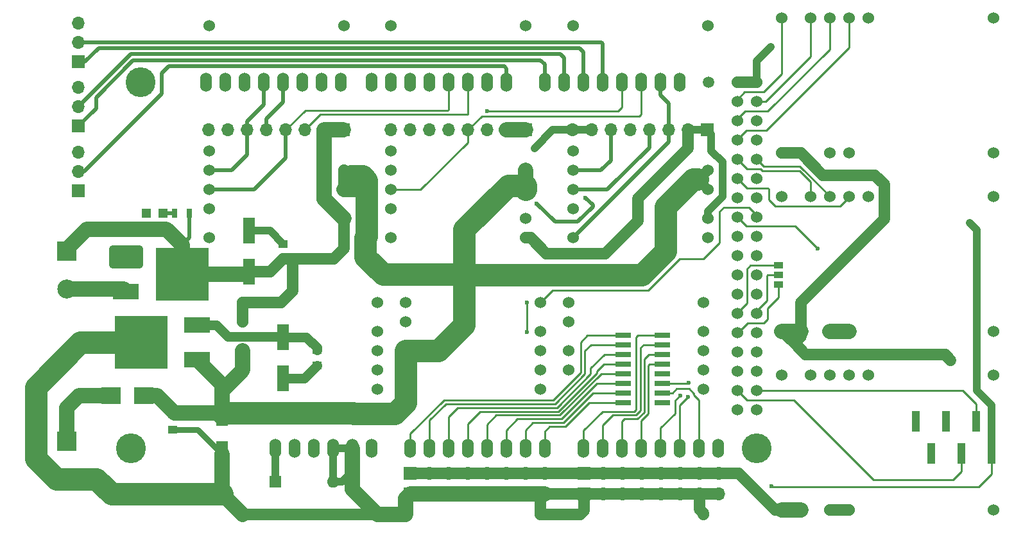
<source format=gbr>
G04 #@! TF.FileFunction,Copper,L1,Top,Signal*
%FSLAX46Y46*%
G04 Gerber Fmt 4.6, Leading zero omitted, Abs format (unit mm)*
G04 Created by KiCad (PCBNEW 4.0.6+dfsg1-1) date Sun Mar 11 01:01:58 2018*
%MOMM*%
%LPD*%
G01*
G04 APERTURE LIST*
%ADD10C,0.100000*%
%ADD11C,1.524000*%
%ADD12O,1.524000X2.540000*%
%ADD13C,3.937000*%
%ADD14C,1.500000*%
%ADD15R,1.700000X1.700000*%
%ADD16O,1.700000X1.700000*%
%ADD17R,1.250000X1.000000*%
%ADD18R,1.600000X3.500000*%
%ADD19R,2.500000X2.300000*%
%ADD20R,2.500000X2.500000*%
%ADD21C,2.500000*%
%ADD22R,2.100000X0.750000*%
%ADD23R,3.500000X2.000000*%
%ADD24R,7.000000X7.000000*%
%ADD25R,1.000000X2.750000*%
%ADD26R,1.600000X1.600000*%
%ADD27O,1.600000X1.600000*%
%ADD28R,1.200000X1.200000*%
%ADD29R,0.700000X1.300000*%
%ADD30R,1.270000X0.970000*%
%ADD31C,0.600000*%
%ADD32C,0.500000*%
%ADD33C,1.000000*%
%ADD34C,1.500000*%
%ADD35C,0.250000*%
%ADD36C,1.250000*%
%ADD37C,3.000000*%
%ADD38C,0.750000*%
%ADD39C,2.000000*%
G04 APERTURE END LIST*
D10*
D11*
X170550000Y-67730000D03*
X170550000Y-65190000D03*
X170550000Y-61380000D03*
X170550000Y-58840000D03*
X152770000Y-67730000D03*
X152770000Y-39790000D03*
X170550000Y-39790000D03*
X152770000Y-63920000D03*
X152770000Y-61380000D03*
X152770000Y-58840000D03*
X152770000Y-56300000D03*
D12*
X173080000Y-47200000D03*
X175620000Y-47200000D03*
X178160000Y-47200000D03*
X180700000Y-47200000D03*
X183240000Y-47200000D03*
X185780000Y-47200000D03*
X188320000Y-47200000D03*
X190860000Y-47200000D03*
X195940000Y-95460000D03*
X193400000Y-95460000D03*
X190860000Y-95460000D03*
X188320000Y-95460000D03*
X178160000Y-95460000D03*
X173080000Y-95460000D03*
X170540000Y-95460000D03*
X180700000Y-95460000D03*
X183240000Y-95460000D03*
X185780000Y-95460000D03*
X168000000Y-95460000D03*
X165460000Y-95460000D03*
X162920000Y-95460000D03*
X155300000Y-95460000D03*
X157840000Y-95460000D03*
X160380000Y-95460000D03*
X150220000Y-95460000D03*
X147680000Y-95460000D03*
X145140000Y-95460000D03*
X140060000Y-95460000D03*
X137520000Y-95460000D03*
X168000000Y-47200000D03*
X165460000Y-47200000D03*
X162920000Y-47200000D03*
X160380000Y-47200000D03*
X157840000Y-47200000D03*
X155300000Y-47200000D03*
X152760000Y-47200000D03*
X150220000Y-47200000D03*
X146156000Y-47200000D03*
X143616000Y-47200000D03*
X141076000Y-47200000D03*
X138536000Y-47200000D03*
X135996000Y-47200000D03*
X133456000Y-47200000D03*
X130916000Y-47200000D03*
X128376000Y-47200000D03*
X142600000Y-95460000D03*
D13*
X201020000Y-95460000D03*
D14*
X194670000Y-47200000D03*
D13*
X119740000Y-47200000D03*
X118470000Y-95460000D03*
D11*
X198480000Y-49740000D03*
X201020000Y-49740000D03*
X198480000Y-52280000D03*
X201020000Y-52280000D03*
X198480000Y-54820000D03*
X201020000Y-54820000D03*
X198480000Y-57360000D03*
X201020000Y-57360000D03*
X198480000Y-47200000D03*
X201020000Y-47200000D03*
X201020000Y-59900000D03*
X198480000Y-59900000D03*
X198480000Y-62440000D03*
X201020000Y-62440000D03*
X198480000Y-64980000D03*
X201020000Y-64980000D03*
X198480000Y-67520000D03*
X201020000Y-67520000D03*
X198480000Y-70060000D03*
X201020000Y-70060000D03*
X198480000Y-72600000D03*
X201020000Y-72600000D03*
X198480000Y-75140000D03*
X201020000Y-75140000D03*
X198480000Y-77680000D03*
X201020000Y-77680000D03*
X198480000Y-80220000D03*
X201020000Y-80220000D03*
X198480000Y-82760000D03*
X201020000Y-82760000D03*
X198480000Y-85300000D03*
X201020000Y-85300000D03*
X198480000Y-87840000D03*
X201020000Y-87840000D03*
X198480000Y-90380000D03*
X201020000Y-90380000D03*
X204270000Y-56550000D03*
X206810000Y-56550000D03*
X210620000Y-56550000D03*
X213160000Y-56550000D03*
X204270000Y-38770000D03*
X232210000Y-38770000D03*
X232210000Y-56550000D03*
X208080000Y-38770000D03*
X210620000Y-38770000D03*
X213160000Y-38770000D03*
X215700000Y-38770000D03*
D15*
X155250000Y-98750000D03*
D16*
X157790000Y-98750000D03*
X160330000Y-98750000D03*
X162870000Y-98750000D03*
X165410000Y-98750000D03*
X167950000Y-98750000D03*
X170490000Y-98750000D03*
X173030000Y-98750000D03*
D15*
X178250000Y-98750000D03*
D16*
X180790000Y-98750000D03*
X183330000Y-98750000D03*
X185870000Y-98750000D03*
X188410000Y-98750000D03*
X190950000Y-98750000D03*
X193490000Y-98750000D03*
X196030000Y-98750000D03*
D15*
X155250000Y-101500000D03*
D16*
X157790000Y-101500000D03*
X160330000Y-101500000D03*
X162870000Y-101500000D03*
X165410000Y-101500000D03*
X167950000Y-101500000D03*
X170490000Y-101500000D03*
X173030000Y-101500000D03*
D15*
X178250000Y-101500000D03*
D16*
X180790000Y-101500000D03*
X183330000Y-101500000D03*
X185870000Y-101500000D03*
X188410000Y-101500000D03*
X190950000Y-101500000D03*
X193490000Y-101500000D03*
X196030000Y-101500000D03*
D15*
X146500000Y-53500000D03*
D16*
X143960000Y-53500000D03*
X141420000Y-53500000D03*
X138880000Y-53500000D03*
X136340000Y-53500000D03*
X133800000Y-53500000D03*
X131260000Y-53500000D03*
X128720000Y-53500000D03*
D15*
X170500000Y-53500000D03*
D16*
X167960000Y-53500000D03*
X165420000Y-53500000D03*
X162880000Y-53500000D03*
X160340000Y-53500000D03*
X157800000Y-53500000D03*
X155260000Y-53500000D03*
X152720000Y-53500000D03*
D15*
X194500000Y-53500000D03*
D16*
X191960000Y-53500000D03*
X189420000Y-53500000D03*
X186880000Y-53500000D03*
X184340000Y-53500000D03*
X181800000Y-53500000D03*
X179260000Y-53500000D03*
X176720000Y-53500000D03*
D11*
X194550000Y-67730000D03*
X194550000Y-65190000D03*
X194550000Y-61380000D03*
X194550000Y-58840000D03*
X176770000Y-67730000D03*
X176770000Y-39790000D03*
X194550000Y-39790000D03*
X176770000Y-63920000D03*
X176770000Y-61380000D03*
X176770000Y-58840000D03*
X176770000Y-56300000D03*
X146550000Y-67730000D03*
X146550000Y-65190000D03*
X146550000Y-61380000D03*
X146550000Y-58840000D03*
X128770000Y-67730000D03*
X128770000Y-39790000D03*
X146550000Y-39790000D03*
X128770000Y-63920000D03*
X128770000Y-61380000D03*
X128770000Y-58840000D03*
X128770000Y-56300000D03*
X204270000Y-103550000D03*
X206810000Y-103550000D03*
X210620000Y-103550000D03*
X213160000Y-103550000D03*
X204270000Y-85770000D03*
X232210000Y-85770000D03*
X232210000Y-103550000D03*
X208080000Y-85770000D03*
X210620000Y-85770000D03*
X213160000Y-85770000D03*
X215700000Y-85770000D03*
X204270000Y-80050000D03*
X206810000Y-80050000D03*
X210620000Y-80050000D03*
X213160000Y-80050000D03*
X204270000Y-62270000D03*
X232210000Y-62270000D03*
X232210000Y-80050000D03*
X208080000Y-62270000D03*
X210620000Y-62270000D03*
X213160000Y-62270000D03*
X215700000Y-62270000D03*
X154700000Y-76270000D03*
X154700000Y-78810000D03*
X154700000Y-82620000D03*
X154700000Y-85160000D03*
X172480000Y-76270000D03*
X172480000Y-104210000D03*
X154700000Y-104210000D03*
X172480000Y-80080000D03*
X172480000Y-82620000D03*
X172480000Y-85160000D03*
X172480000Y-87700000D03*
X176200000Y-76270000D03*
X176200000Y-78810000D03*
X176200000Y-82620000D03*
X176200000Y-85160000D03*
X193980000Y-76270000D03*
X193980000Y-104210000D03*
X176200000Y-104210000D03*
X193980000Y-80080000D03*
X193980000Y-82620000D03*
X193980000Y-85160000D03*
X193980000Y-87700000D03*
X133200000Y-76270000D03*
X133200000Y-78810000D03*
X133200000Y-82620000D03*
X133200000Y-85160000D03*
X150980000Y-76270000D03*
X150980000Y-104210000D03*
X133200000Y-104210000D03*
X150980000Y-80080000D03*
X150980000Y-82620000D03*
X150980000Y-85160000D03*
X150980000Y-87700000D03*
D15*
X111500000Y-61500000D03*
D16*
X111500000Y-58960000D03*
X111500000Y-56420000D03*
D15*
X111500000Y-44500000D03*
D16*
X111500000Y-41960000D03*
X111500000Y-39420000D03*
D15*
X111500000Y-53000000D03*
D16*
X111500000Y-50460000D03*
X111500000Y-47920000D03*
D17*
X124000000Y-91000000D03*
X124000000Y-93000000D03*
D18*
X130500000Y-90800000D03*
X130500000Y-96200000D03*
D19*
X120150000Y-88500000D03*
X115850000Y-88500000D03*
D20*
X110000000Y-94500000D03*
D21*
X110000000Y-99500000D03*
D22*
X183415000Y-80555000D03*
X188585000Y-80555000D03*
X183415000Y-81825000D03*
X188585000Y-81825000D03*
X183415000Y-83095000D03*
X188585000Y-83095000D03*
X183415000Y-84365000D03*
X188585000Y-84365000D03*
X183415000Y-85635000D03*
X188585000Y-85635000D03*
X183415000Y-86905000D03*
X188585000Y-86905000D03*
X183415000Y-88175000D03*
X188585000Y-88175000D03*
X183415000Y-89445000D03*
X188585000Y-89445000D03*
D17*
X138500000Y-70500000D03*
X138500000Y-68500000D03*
D18*
X134000000Y-72200000D03*
X134000000Y-66800000D03*
X138500000Y-80800000D03*
X138500000Y-86200000D03*
D17*
X143000000Y-82500000D03*
X143000000Y-84500000D03*
D20*
X110000000Y-69500000D03*
D21*
X110000000Y-74500000D03*
D23*
X117800000Y-70210000D03*
X117800000Y-74790000D03*
D24*
X125200000Y-72510000D03*
D23*
X127200000Y-83790000D03*
X127200000Y-79210000D03*
D24*
X119800000Y-81490000D03*
D25*
X224000000Y-96125000D03*
X228000000Y-96125000D03*
X232000000Y-96125000D03*
X222000000Y-91875000D03*
X226000000Y-91875000D03*
X230000000Y-91875000D03*
D26*
X137500000Y-99900000D03*
D27*
X145120000Y-99900000D03*
D28*
X122700000Y-64500000D03*
X120500000Y-64500000D03*
D29*
X126150000Y-64500000D03*
X124250000Y-64500000D03*
D30*
X203900000Y-71330000D03*
X203900000Y-72600000D03*
X203900000Y-73870000D03*
D31*
X178400000Y-62400000D03*
X172000000Y-63200000D03*
X143025000Y-82475000D03*
X229100000Y-65725000D03*
X202900000Y-42550000D03*
X202950000Y-100475000D03*
X119800000Y-81490000D03*
X117800000Y-71210000D03*
X119550000Y-70210000D03*
X117800000Y-69210000D03*
X116050000Y-70210000D03*
X117800000Y-70210000D03*
X116050000Y-71210000D03*
X119550000Y-71210000D03*
X119550000Y-69210000D03*
X116050000Y-69210000D03*
X120500000Y-64500000D03*
X130500000Y-96200000D03*
X124000000Y-93000000D03*
X143000000Y-84500000D03*
X138500000Y-86200000D03*
X222000000Y-91875000D03*
X171675000Y-55950000D03*
X138500000Y-68500000D03*
X134000000Y-66800000D03*
X165450000Y-51000000D03*
X209025000Y-69150000D03*
X170675000Y-80100000D03*
X170700000Y-76250000D03*
X188800000Y-85750000D03*
X190900000Y-88500000D03*
X191950000Y-88700000D03*
X192050000Y-86850000D03*
X188850000Y-89450000D03*
X226600000Y-83825000D03*
X224000000Y-96125000D03*
X226000000Y-91875000D03*
D32*
X172000000Y-63200000D02*
X174400000Y-65600000D01*
X177400000Y-65600000D02*
X174400000Y-65600000D01*
X179400000Y-63600000D02*
X177400000Y-65600000D01*
X179400000Y-63400000D02*
X179400000Y-63600000D01*
X179400000Y-63400000D02*
X178400000Y-62400000D01*
D33*
X143025000Y-82475000D02*
X143000000Y-82500000D01*
X201020000Y-47200000D02*
X201020000Y-44430000D01*
X232000000Y-89800000D02*
X232000000Y-96125000D01*
X230025000Y-87825000D02*
X232000000Y-89800000D01*
X230025000Y-66650000D02*
X230025000Y-87825000D01*
X229100000Y-65725000D02*
X230025000Y-66650000D01*
X201020000Y-44430000D02*
X202900000Y-42550000D01*
D34*
X198480000Y-47200000D02*
X201020000Y-47200000D01*
D33*
X143025000Y-82500000D02*
X143000000Y-82500000D01*
D35*
X232000000Y-96125000D02*
X232000000Y-98825000D01*
X232000000Y-98825000D02*
X230300000Y-100525000D01*
X230300000Y-100525000D02*
X203000000Y-100525000D01*
X203000000Y-100525000D02*
X202950000Y-100475000D01*
D36*
X143000000Y-82500000D02*
X143000000Y-82200000D01*
X143000000Y-82200000D02*
X141600000Y-80800000D01*
X141600000Y-80800000D02*
X138500000Y-80800000D01*
X127200000Y-79210000D02*
X129760000Y-79210000D01*
X131250000Y-80700000D02*
X138400000Y-80700000D01*
X129760000Y-79210000D02*
X131250000Y-80700000D01*
X138400000Y-80700000D02*
X138500000Y-80800000D01*
D33*
X117800000Y-70210000D02*
X116050000Y-70210000D01*
X116050000Y-70210000D02*
X116050000Y-69210000D01*
X116050000Y-69210000D02*
X117800000Y-69210000D01*
X117800000Y-69210000D02*
X119550000Y-69210000D01*
X119550000Y-69210000D02*
X119550000Y-70210000D01*
X119550000Y-70210000D02*
X119550000Y-71210000D01*
X119550000Y-71210000D02*
X117800000Y-71210000D01*
X117800000Y-71210000D02*
X116050000Y-71210000D01*
X116050000Y-71210000D02*
X116050000Y-70210000D01*
D35*
X117800000Y-70210000D02*
X117800000Y-71210000D01*
X119550000Y-70210000D02*
X117800000Y-70210000D01*
X117800000Y-70210000D02*
X117800000Y-69210000D01*
X116050000Y-70210000D02*
X117800000Y-70210000D01*
X116050000Y-71210000D02*
X117050000Y-70210000D01*
X117800000Y-70210000D02*
X118550000Y-70210000D01*
X118550000Y-70210000D02*
X119550000Y-71210000D01*
X119550000Y-69210000D02*
X117800000Y-70210000D01*
X117800000Y-70210000D02*
X117050000Y-70210000D01*
X117050000Y-70210000D02*
X116050000Y-69210000D01*
D37*
X110000000Y-99500000D02*
X108600000Y-99500000D01*
X111810000Y-81490000D02*
X119800000Y-81490000D01*
X105900000Y-87400000D02*
X111810000Y-81490000D01*
X105900000Y-96800000D02*
X105900000Y-87400000D01*
X108600000Y-99500000D02*
X105900000Y-96800000D01*
D36*
X141300000Y-86200000D02*
X138500000Y-86200000D01*
X143000000Y-84500000D02*
X141300000Y-86200000D01*
D33*
X145120000Y-99900000D02*
X146300000Y-99900000D01*
X146300000Y-99900000D02*
X147680000Y-98520000D01*
X145140000Y-95460000D02*
X147680000Y-95460000D01*
X145120000Y-99900000D02*
X145120000Y-95480000D01*
X145120000Y-95480000D02*
X145140000Y-95460000D01*
X222000000Y-91225000D02*
X222000000Y-91875000D01*
X176720000Y-53500000D02*
X174125000Y-53500000D01*
X174125000Y-53500000D02*
X171675000Y-55950000D01*
D34*
X133200000Y-104210000D02*
X150980000Y-104210000D01*
D38*
X124000000Y-93000000D02*
X127300000Y-93000000D01*
X127300000Y-93000000D02*
X130500000Y-96200000D01*
D39*
X130500000Y-96200000D02*
X130500000Y-101510000D01*
X130500000Y-101510000D02*
X133200000Y-104210000D01*
D37*
X110000000Y-99500000D02*
X113900000Y-99500000D01*
X113900000Y-99500000D02*
X115910000Y-101510000D01*
X115910000Y-101510000D02*
X130500000Y-101510000D01*
D34*
X130500000Y-101510000D02*
X133200000Y-104210000D01*
X176200000Y-104210000D02*
X177690000Y-104210000D01*
X178250000Y-103650000D02*
X178250000Y-101500000D01*
X177690000Y-104210000D02*
X178250000Y-103650000D01*
X172480000Y-104210000D02*
X172480000Y-102050000D01*
X172480000Y-102050000D02*
X173030000Y-101500000D01*
X176200000Y-104210000D02*
X172480000Y-104210000D01*
X193980000Y-104210000D02*
X193980000Y-104005000D01*
X193980000Y-104005000D02*
X193490000Y-103515000D01*
X193490000Y-103515000D02*
X193490000Y-101500000D01*
X193490000Y-101500000D02*
X196030000Y-101500000D01*
X190950000Y-101500000D02*
X193490000Y-101500000D01*
X188410000Y-101500000D02*
X190950000Y-101500000D01*
X185870000Y-101500000D02*
X188410000Y-101500000D01*
X183330000Y-101500000D02*
X185870000Y-101500000D01*
X180790000Y-101500000D02*
X183330000Y-101500000D01*
X178250000Y-101500000D02*
X181500000Y-101500000D01*
X181500000Y-101500000D02*
X180790000Y-101500000D01*
X173030000Y-101500000D02*
X178250000Y-101500000D01*
D33*
X176720000Y-53500000D02*
X179260000Y-53500000D01*
X134000000Y-66800000D02*
X136800000Y-66800000D01*
X136800000Y-66800000D02*
X138500000Y-68500000D01*
D39*
X170490000Y-101500000D02*
X173030000Y-101500000D01*
X167950000Y-101500000D02*
X170490000Y-101500000D01*
X162870000Y-101500000D02*
X167950000Y-101500000D01*
X160330000Y-101500000D02*
X162870000Y-101500000D01*
X157790000Y-101500000D02*
X160330000Y-101500000D01*
X155250000Y-101500000D02*
X157790000Y-101500000D01*
X154700000Y-104210000D02*
X154700000Y-102050000D01*
X154700000Y-102050000D02*
X155250000Y-101500000D01*
X150980000Y-104210000D02*
X154700000Y-104210000D01*
X147680000Y-95460000D02*
X147680000Y-98520000D01*
X147680000Y-98520000D02*
X147680000Y-100910000D01*
X147680000Y-100910000D02*
X150980000Y-104210000D01*
D35*
X162920000Y-47200000D02*
X162920000Y-51470000D01*
X143470000Y-51450000D02*
X141420000Y-53500000D01*
X162900000Y-51450000D02*
X143470000Y-51450000D01*
X162920000Y-51470000D02*
X162900000Y-51450000D01*
X160380000Y-47200000D02*
X160380000Y-50770000D01*
X141480000Y-50900000D02*
X138880000Y-53500000D01*
X160250000Y-50900000D02*
X141480000Y-50900000D01*
X160380000Y-50770000D02*
X160250000Y-50900000D01*
D32*
X128770000Y-61380000D02*
X134720000Y-61380000D01*
X138880000Y-57220000D02*
X138880000Y-53500000D01*
X134720000Y-61380000D02*
X138880000Y-57220000D01*
X136340000Y-53500000D02*
X136340000Y-52060000D01*
X138536000Y-49864000D02*
X138536000Y-47200000D01*
X136340000Y-52060000D02*
X138536000Y-49864000D01*
X128770000Y-58840000D02*
X131760000Y-58840000D01*
X133800000Y-56800000D02*
X133800000Y-53500000D01*
X131760000Y-58840000D02*
X133800000Y-56800000D01*
X133800000Y-53500000D02*
X133800000Y-52350000D01*
X135996000Y-50154000D02*
X135996000Y-47200000D01*
X133800000Y-52350000D02*
X135996000Y-50154000D01*
D35*
X183240000Y-47200000D02*
X183240000Y-50510000D01*
X182750000Y-51000000D02*
X165450000Y-51000000D01*
X183240000Y-50510000D02*
X182750000Y-51000000D01*
X162880000Y-53500000D02*
X162880000Y-55120000D01*
X156620000Y-61380000D02*
X152770000Y-61380000D01*
X162880000Y-55120000D02*
X156620000Y-61380000D01*
X185780000Y-47200000D02*
X185780000Y-51420000D01*
X164730000Y-51650000D02*
X162880000Y-53500000D01*
X185550000Y-51650000D02*
X164730000Y-51650000D01*
X185780000Y-51420000D02*
X185550000Y-51650000D01*
D32*
X189420000Y-53500000D02*
X189420000Y-55080000D01*
X189420000Y-55080000D02*
X176770000Y-67730000D01*
X188320000Y-47200000D02*
X188320000Y-48870000D01*
X189420000Y-49970000D02*
X189420000Y-53500000D01*
X188320000Y-48870000D02*
X189420000Y-49970000D01*
X186880000Y-53500000D02*
X186880000Y-55820000D01*
X181320000Y-61380000D02*
X176770000Y-61380000D01*
X186880000Y-55820000D02*
X181320000Y-61380000D01*
X176770000Y-58840000D02*
X180460000Y-58840000D01*
X181800000Y-57500000D02*
X181800000Y-53500000D01*
X180460000Y-58840000D02*
X181800000Y-57500000D01*
X173080000Y-47200000D02*
X173080000Y-44870000D01*
X113850000Y-50650000D02*
X111500000Y-53000000D01*
X113850000Y-49200000D02*
X113850000Y-50650000D01*
X118750000Y-44300000D02*
X113850000Y-49200000D01*
X172510000Y-44300000D02*
X118750000Y-44300000D01*
X173080000Y-44870000D02*
X172510000Y-44300000D01*
X175620000Y-47200000D02*
X175620000Y-44020000D01*
X118460000Y-43500000D02*
X111500000Y-50460000D01*
X175100000Y-43500000D02*
X118460000Y-43500000D01*
X175620000Y-44020000D02*
X175100000Y-43500000D01*
X178160000Y-47200000D02*
X178160000Y-43210000D01*
X112400000Y-44500000D02*
X111500000Y-44500000D01*
X114200000Y-42700000D02*
X112400000Y-44500000D01*
X177650000Y-42700000D02*
X114200000Y-42700000D01*
X178160000Y-43210000D02*
X177650000Y-42700000D01*
X180700000Y-47200000D02*
X180700000Y-42100000D01*
X180560000Y-41960000D02*
X111500000Y-41960000D01*
X180700000Y-42100000D02*
X180560000Y-41960000D01*
X168000000Y-47200000D02*
X168000000Y-45400000D01*
X122500000Y-48700000D02*
X112240000Y-58960000D01*
X122500000Y-46050000D02*
X122500000Y-48700000D01*
X123450000Y-45100000D02*
X122500000Y-46050000D01*
X167700000Y-45100000D02*
X123450000Y-45100000D01*
X168000000Y-45400000D02*
X167700000Y-45100000D01*
X112240000Y-58960000D02*
X111500000Y-58960000D01*
D35*
X199675000Y-66175000D02*
X198480000Y-64980000D01*
X206050000Y-66175000D02*
X199675000Y-66175000D01*
X209025000Y-69150000D02*
X206050000Y-66175000D01*
X213160000Y-85770000D02*
X213020000Y-85770000D01*
X202250000Y-58900000D02*
X201800000Y-58900000D01*
X208080000Y-60330000D02*
X206650000Y-58900000D01*
X206650000Y-58900000D02*
X202250000Y-58900000D01*
X208080000Y-62270000D02*
X208080000Y-60330000D01*
X199770000Y-58650000D02*
X198480000Y-57360000D01*
X201550000Y-58650000D02*
X199770000Y-58650000D01*
X201800000Y-58900000D02*
X201550000Y-58650000D01*
X210620000Y-62270000D02*
X210620000Y-62220000D01*
X210620000Y-62220000D02*
X206650000Y-58250000D01*
X206650000Y-58250000D02*
X201910000Y-58250000D01*
X201910000Y-58250000D02*
X201020000Y-57360000D01*
X213160000Y-62270000D02*
X213160000Y-62390000D01*
X213160000Y-62390000D02*
X212000000Y-63550000D01*
X212000000Y-63550000D02*
X203500000Y-63550000D01*
X203500000Y-63550000D02*
X202650000Y-62700000D01*
X202650000Y-62700000D02*
X202650000Y-61300000D01*
X202650000Y-61300000D02*
X202500000Y-61150000D01*
X202500000Y-61150000D02*
X199730000Y-61150000D01*
X199730000Y-61150000D02*
X198480000Y-59900000D01*
X198480000Y-49740000D02*
X198480000Y-49445000D01*
X198480000Y-49445000D02*
X199425000Y-48500000D01*
X199425000Y-48500000D02*
X201900000Y-48500000D01*
X201900000Y-48500000D02*
X204270000Y-46130000D01*
X204270000Y-46130000D02*
X204270000Y-38770000D01*
X201020000Y-49740000D02*
X202185000Y-49740000D01*
X208080000Y-43845000D02*
X208080000Y-38770000D01*
X202185000Y-49740000D02*
X208080000Y-43845000D01*
X198480000Y-52280000D02*
X198480000Y-52045000D01*
X198480000Y-52045000D02*
X199500000Y-51025000D01*
X199500000Y-51025000D02*
X202450000Y-51025000D01*
X202450000Y-51025000D02*
X210620000Y-42855000D01*
X210620000Y-42855000D02*
X210620000Y-38770000D01*
X198480000Y-54820000D02*
X198480000Y-54745000D01*
X198480000Y-54745000D02*
X199675000Y-53550000D01*
X199675000Y-53550000D02*
X202250000Y-53550000D01*
X202250000Y-53550000D02*
X213160000Y-42640000D01*
X213160000Y-42640000D02*
X213160000Y-38770000D01*
X201020000Y-64980000D02*
X201020000Y-64720000D01*
X201020000Y-64720000D02*
X200000000Y-63700000D01*
X200000000Y-63700000D02*
X196650000Y-63700000D01*
X196650000Y-63700000D02*
X196100000Y-64250000D01*
X196100000Y-64250000D02*
X196100000Y-68375000D01*
X196100000Y-68375000D02*
X194000000Y-70475000D01*
X194000000Y-70475000D02*
X190875000Y-70475000D01*
X190875000Y-70475000D02*
X186725000Y-74625000D01*
X186725000Y-74625000D02*
X174125000Y-74625000D01*
X174125000Y-74625000D02*
X172480000Y-76270000D01*
X170675000Y-80100000D02*
X170700000Y-80075000D01*
X170700000Y-80075000D02*
X170700000Y-76250000D01*
D34*
X210620000Y-103550000D02*
X213160000Y-103550000D01*
D39*
X210620000Y-80050000D02*
X213160000Y-80050000D01*
X170550000Y-61380000D02*
X170550000Y-58840000D01*
X180200000Y-72650000D02*
X180200000Y-72600000D01*
X180200000Y-72600000D02*
X180200000Y-72650000D01*
X180200000Y-72650000D02*
X180200000Y-72600000D01*
D36*
X192850000Y-60000000D02*
X193170000Y-60000000D01*
X193170000Y-60000000D02*
X194550000Y-61380000D01*
X192850000Y-60000000D02*
X193390000Y-60000000D01*
X193390000Y-60000000D02*
X194550000Y-58840000D01*
D37*
X162400000Y-72600000D02*
X180200000Y-72600000D01*
X180200000Y-72600000D02*
X185850000Y-72600000D01*
X185850000Y-72600000D02*
X189000000Y-69450000D01*
X192650000Y-60000000D02*
X192850000Y-60000000D01*
X189000000Y-63650000D02*
X192650000Y-60000000D01*
X189000000Y-69450000D02*
X189000000Y-63650000D01*
X192850000Y-60000000D02*
X193250000Y-60000000D01*
X149550000Y-61950000D02*
X149550000Y-60150000D01*
X149000000Y-59600000D02*
X147500000Y-59600000D01*
X149550000Y-60150000D02*
X149000000Y-59600000D01*
X162400000Y-73050000D02*
X162400000Y-72600000D01*
X162400000Y-72600000D02*
X162400000Y-66600000D01*
X168200000Y-60800000D02*
X170550000Y-60800000D01*
X162400000Y-66600000D02*
X168200000Y-60800000D01*
X170550000Y-60800000D02*
X170550000Y-61380000D01*
X149550000Y-61950000D02*
X149550000Y-64300000D01*
D39*
X148980000Y-61380000D02*
X149550000Y-61950000D01*
X146550000Y-61380000D02*
X148980000Y-61380000D01*
D37*
X158980000Y-82620000D02*
X154700000Y-82620000D01*
X162400000Y-79200000D02*
X158980000Y-82620000D01*
X162400000Y-73050000D02*
X162400000Y-79200000D01*
X161900000Y-72550000D02*
X162400000Y-73050000D01*
X151700000Y-72550000D02*
X161900000Y-72550000D01*
X149350000Y-70200000D02*
X151700000Y-72550000D01*
X149350000Y-67700000D02*
X149350000Y-70200000D01*
X149550000Y-67500000D02*
X149350000Y-67700000D01*
X149550000Y-64300000D02*
X149550000Y-67500000D01*
X154700000Y-85160000D02*
X154700000Y-82620000D01*
X130500000Y-90800000D02*
X147750000Y-90800000D01*
X154700000Y-89450000D02*
X154700000Y-85160000D01*
X153250000Y-90900000D02*
X154700000Y-89450000D01*
X147850000Y-90900000D02*
X153250000Y-90900000D01*
X147750000Y-90800000D02*
X147850000Y-90900000D01*
D39*
X146550000Y-61380000D02*
X146830000Y-61380000D01*
D34*
X146550000Y-58840000D02*
X146550000Y-61380000D01*
D39*
X133200000Y-85160000D02*
X133200000Y-82620000D01*
X130500000Y-87400000D02*
X130960000Y-87400000D01*
X130960000Y-87400000D02*
X133200000Y-85160000D01*
X130500000Y-90800000D02*
X130500000Y-87400000D01*
X130500000Y-87400000D02*
X130500000Y-87090000D01*
X130500000Y-87090000D02*
X127200000Y-83790000D01*
X120150000Y-88500000D02*
X121950000Y-88500000D01*
X121950000Y-88500000D02*
X124250000Y-90800000D01*
X124250000Y-90800000D02*
X130500000Y-90800000D01*
X110000000Y-94500000D02*
X110000000Y-90100000D01*
X111600000Y-88500000D02*
X115850000Y-88500000D01*
X110000000Y-90100000D02*
X111600000Y-88500000D01*
D35*
X155300000Y-95460000D02*
X155300000Y-93550000D01*
X178695000Y-80555000D02*
X183415000Y-80555000D01*
X177800000Y-81450000D02*
X178695000Y-80555000D01*
X177800000Y-85500000D02*
X177800000Y-81450000D01*
X174200000Y-89100000D02*
X177800000Y-85500000D01*
X159750000Y-89100000D02*
X174200000Y-89100000D01*
X155300000Y-93550000D02*
X159750000Y-89100000D01*
X188585000Y-80555000D02*
X185345000Y-80555000D01*
X178160000Y-93090000D02*
X178160000Y-95460000D01*
X180650000Y-90600000D02*
X178160000Y-93090000D01*
X184850000Y-90600000D02*
X180650000Y-90600000D01*
X185100000Y-90350000D02*
X184850000Y-90600000D01*
X185100000Y-80800000D02*
X185100000Y-90350000D01*
X185345000Y-80555000D02*
X185100000Y-80800000D01*
X157840000Y-95460000D02*
X157840000Y-91760000D01*
X179125000Y-81825000D02*
X183415000Y-81825000D01*
X178350000Y-82600000D02*
X179125000Y-81825000D01*
X178350000Y-85650000D02*
X178350000Y-82600000D01*
X174400000Y-89600000D02*
X178350000Y-85650000D01*
X160000000Y-89600000D02*
X174400000Y-89600000D01*
X157840000Y-91760000D02*
X160000000Y-89600000D01*
X180700000Y-95460000D02*
X180700000Y-92450000D01*
X186075000Y-81825000D02*
X188585000Y-81825000D01*
X185700000Y-82200000D02*
X186075000Y-81825000D01*
X185700000Y-90450000D02*
X185700000Y-82200000D01*
X185050000Y-91100000D02*
X185700000Y-90450000D01*
X182050000Y-91100000D02*
X185050000Y-91100000D01*
X180700000Y-92450000D02*
X182050000Y-91100000D01*
X160380000Y-95460000D02*
X160380000Y-91270000D01*
X180905000Y-83095000D02*
X183415000Y-83095000D01*
X179100000Y-84900000D02*
X180905000Y-83095000D01*
X179100000Y-85650000D02*
X179100000Y-84900000D01*
X174650000Y-90100000D02*
X179100000Y-85650000D01*
X161550000Y-90100000D02*
X174650000Y-90100000D01*
X160380000Y-91270000D02*
X161550000Y-90100000D01*
X183240000Y-95460000D02*
X183240000Y-91910000D01*
X186805000Y-83095000D02*
X188585000Y-83095000D01*
X186200000Y-83700000D02*
X186805000Y-83095000D01*
X186200000Y-90700000D02*
X186200000Y-83700000D01*
X185300000Y-91600000D02*
X186200000Y-90700000D01*
X183550000Y-91600000D02*
X185300000Y-91600000D01*
X183240000Y-91910000D02*
X183550000Y-91600000D01*
X183415000Y-84365000D02*
X180835000Y-84365000D01*
X162920000Y-92230000D02*
X162920000Y-95460000D01*
X164550000Y-90600000D02*
X162920000Y-92230000D01*
X174850000Y-90600000D02*
X164550000Y-90600000D01*
X179900000Y-85550000D02*
X174850000Y-90600000D01*
X179900000Y-85300000D02*
X179900000Y-85550000D01*
X180835000Y-84365000D02*
X179900000Y-85300000D01*
X188585000Y-84365000D02*
X186835000Y-84365000D01*
X185780000Y-91820000D02*
X185780000Y-95460000D01*
X186700000Y-90900000D02*
X185780000Y-91820000D01*
X186700000Y-84500000D02*
X186700000Y-90900000D01*
X186835000Y-84365000D02*
X186700000Y-84500000D01*
X165460000Y-95460000D02*
X165460000Y-92290000D01*
X180515000Y-85635000D02*
X183415000Y-85635000D01*
X175050000Y-91100000D02*
X180515000Y-85635000D01*
X166650000Y-91100000D02*
X175050000Y-91100000D01*
X165460000Y-92290000D02*
X166650000Y-91100000D01*
X188320000Y-95460000D02*
X188320000Y-92780000D01*
X188800000Y-85750000D02*
X188685000Y-85635000D01*
X190250000Y-89150000D02*
X190900000Y-88500000D01*
X190250000Y-90850000D02*
X190250000Y-89150000D01*
X188320000Y-92780000D02*
X190250000Y-90850000D01*
X188685000Y-85635000D02*
X188585000Y-85635000D01*
X168000000Y-95460000D02*
X168000000Y-93050000D01*
X179945000Y-86905000D02*
X183415000Y-86905000D01*
X175250000Y-91600000D02*
X179945000Y-86905000D01*
X169450000Y-91600000D02*
X175250000Y-91600000D01*
X168000000Y-93050000D02*
X169450000Y-91600000D01*
X188585000Y-86905000D02*
X191995000Y-86905000D01*
X190860000Y-89790000D02*
X190860000Y-95460000D01*
X191950000Y-88700000D02*
X190860000Y-89790000D01*
X191995000Y-86905000D02*
X192050000Y-86850000D01*
X190860000Y-95460000D02*
X190860000Y-94690000D01*
X188745000Y-86905000D02*
X188585000Y-86905000D01*
X170540000Y-95460000D02*
X170540000Y-93060000D01*
X179425000Y-88175000D02*
X183415000Y-88175000D01*
X175500000Y-92100000D02*
X179425000Y-88175000D01*
X171500000Y-92100000D02*
X175500000Y-92100000D01*
X170540000Y-93060000D02*
X171500000Y-92100000D01*
X188585000Y-88175000D02*
X189875000Y-88175000D01*
X193400000Y-89100000D02*
X193400000Y-95460000D01*
X192750000Y-88450000D02*
X193400000Y-89100000D01*
X192750000Y-88250000D02*
X192750000Y-88450000D01*
X192100000Y-87600000D02*
X192750000Y-88250000D01*
X190450000Y-87600000D02*
X192100000Y-87600000D01*
X189875000Y-88175000D02*
X190450000Y-87600000D01*
X188775000Y-88175000D02*
X188585000Y-88175000D01*
X188775000Y-88175000D02*
X188585000Y-88175000D01*
X173080000Y-95460000D02*
X173080000Y-93220000D01*
X178905000Y-89445000D02*
X183415000Y-89445000D01*
X175750000Y-92600000D02*
X178905000Y-89445000D01*
X173700000Y-92600000D02*
X175750000Y-92600000D01*
X173080000Y-93220000D02*
X173700000Y-92600000D01*
X188850000Y-89450000D02*
X188845000Y-89445000D01*
X188845000Y-89445000D02*
X188585000Y-89445000D01*
D32*
X126150000Y-64500000D02*
X126150000Y-67650000D01*
X126150000Y-67650000D02*
X125200000Y-68600000D01*
D34*
X206810000Y-80050000D02*
X206810000Y-76240000D01*
X209760000Y-59500000D02*
X206810000Y-56550000D01*
X216625000Y-59500000D02*
X209760000Y-59500000D01*
X217825000Y-60700000D02*
X216625000Y-59500000D01*
X217825000Y-65225000D02*
X217825000Y-60700000D01*
X206810000Y-76240000D02*
X217825000Y-65225000D01*
X206810000Y-80050000D02*
X206810000Y-80740000D01*
X206810000Y-80740000D02*
X205962500Y-81587500D01*
X207475000Y-83100000D02*
X205962500Y-81587500D01*
X205962500Y-81587500D02*
X204425000Y-80050000D01*
X225875000Y-83100000D02*
X207475000Y-83100000D01*
X226600000Y-83825000D02*
X225875000Y-83100000D01*
X204425000Y-80050000D02*
X204270000Y-80050000D01*
X204270000Y-56550000D02*
X206810000Y-56550000D01*
X204270000Y-103550000D02*
X203475000Y-103550000D01*
X198675000Y-98750000D02*
X196030000Y-98750000D01*
X203475000Y-103550000D02*
X198675000Y-98750000D01*
X193490000Y-98750000D02*
X196030000Y-98750000D01*
X190950000Y-98750000D02*
X192550000Y-98750000D01*
X192550000Y-98750000D02*
X193490000Y-98750000D01*
X188410000Y-98750000D02*
X190950000Y-98750000D01*
X185870000Y-98750000D02*
X188410000Y-98750000D01*
X183330000Y-98750000D02*
X185870000Y-98750000D01*
X180790000Y-98750000D02*
X183330000Y-98750000D01*
X178250000Y-98750000D02*
X180790000Y-98750000D01*
X173030000Y-98750000D02*
X178250000Y-98750000D01*
X170490000Y-98750000D02*
X173030000Y-98750000D01*
X167950000Y-98750000D02*
X170490000Y-98750000D01*
X165410000Y-98750000D02*
X167950000Y-98750000D01*
X162870000Y-98750000D02*
X165410000Y-98750000D01*
X160330000Y-98750000D02*
X162870000Y-98750000D01*
X157790000Y-98750000D02*
X160330000Y-98750000D01*
X155250000Y-98750000D02*
X157790000Y-98750000D01*
D39*
X204270000Y-103550000D02*
X206810000Y-103550000D01*
X204270000Y-80050000D02*
X206810000Y-80050000D01*
X167960000Y-53500000D02*
X170500000Y-53500000D01*
D34*
X170550000Y-67730000D02*
X171205000Y-67730000D01*
X171205000Y-67730000D02*
X173275000Y-69800000D01*
X191960000Y-55915000D02*
X191960000Y-53500000D01*
X185325000Y-62550000D02*
X191960000Y-55915000D01*
X185325000Y-63475000D02*
X185325000Y-62550000D01*
X185350000Y-63500000D02*
X185325000Y-63475000D01*
X185350000Y-65450000D02*
X185350000Y-63500000D01*
X181000000Y-69800000D02*
X185350000Y-65450000D01*
X173275000Y-69800000D02*
X181000000Y-69800000D01*
D33*
X194500000Y-53500000D02*
X191960000Y-53500000D01*
X194550000Y-65190000D02*
X194550000Y-64250000D01*
X195025000Y-56225000D02*
X195025000Y-54025000D01*
X196500000Y-57700000D02*
X195025000Y-56225000D01*
X196500000Y-62300000D02*
X196500000Y-57700000D01*
X194550000Y-64250000D02*
X196500000Y-62300000D01*
X195025000Y-54025000D02*
X194500000Y-53500000D01*
D39*
X143960000Y-53500000D02*
X143960000Y-62600000D01*
X143960000Y-62600000D02*
X146550000Y-65190000D01*
X143960000Y-53500000D02*
X146500000Y-53500000D01*
D34*
X146550000Y-67730000D02*
X146550000Y-65190000D01*
X139850000Y-70500000D02*
X145200000Y-70500000D01*
X145200000Y-70500000D02*
X146550000Y-69150000D01*
X146550000Y-69150000D02*
X146550000Y-67730000D01*
X133200000Y-76270000D02*
X133200000Y-78810000D01*
X138500000Y-70500000D02*
X139850000Y-70500000D01*
X138280000Y-76270000D02*
X133200000Y-76270000D01*
X139800000Y-74750000D02*
X138280000Y-76270000D01*
X139800000Y-70550000D02*
X139800000Y-74750000D01*
X139850000Y-70500000D02*
X139800000Y-70550000D01*
X134000000Y-72200000D02*
X136800000Y-72200000D01*
X136800000Y-72200000D02*
X138500000Y-70500000D01*
D39*
X125200000Y-72510000D02*
X133690000Y-72510000D01*
X133690000Y-72510000D02*
X134000000Y-72200000D01*
X110000000Y-69500000D02*
X110000000Y-69200000D01*
X110000000Y-69200000D02*
X112650000Y-66550000D01*
X112650000Y-66550000D02*
X123150000Y-66550000D01*
X123150000Y-66550000D02*
X125200000Y-68600000D01*
X125200000Y-68600000D02*
X125200000Y-72510000D01*
X110000000Y-74500000D02*
X117510000Y-74500000D01*
X117510000Y-74500000D02*
X117800000Y-74790000D01*
D35*
X198480000Y-87840000D02*
X198480000Y-87880000D01*
X198480000Y-87880000D02*
X199700000Y-89100000D01*
X199700000Y-89100000D02*
X205950000Y-89100000D01*
X205950000Y-89100000D02*
X216450000Y-99600000D01*
X216450000Y-99600000D02*
X226950000Y-99600000D01*
X226950000Y-99600000D02*
X228000000Y-98550000D01*
X228000000Y-98550000D02*
X228000000Y-96125000D01*
X230000000Y-91875000D02*
X230000000Y-89650000D01*
X228190000Y-87840000D02*
X201020000Y-87840000D01*
X230000000Y-89650000D02*
X228190000Y-87840000D01*
D33*
X137500000Y-99900000D02*
X137500000Y-95480000D01*
X137500000Y-95480000D02*
X137520000Y-95460000D01*
D32*
X122700000Y-64500000D02*
X124250000Y-64500000D01*
D35*
X198480000Y-77680000D02*
X198480000Y-77620000D01*
X198480000Y-77620000D02*
X199750000Y-76350000D01*
X199750000Y-76350000D02*
X199750000Y-71800000D01*
X199750000Y-71800000D02*
X200200000Y-71350000D01*
X200200000Y-71350000D02*
X203880000Y-71350000D01*
X203880000Y-71350000D02*
X203900000Y-71330000D01*
X201020000Y-77680000D02*
X201020000Y-77330000D01*
X201020000Y-77330000D02*
X202350000Y-76000000D01*
X202350000Y-76000000D02*
X202350000Y-72700000D01*
X202350000Y-72700000D02*
X202450000Y-72600000D01*
X202450000Y-72600000D02*
X203900000Y-72600000D01*
X198480000Y-80220000D02*
X198580000Y-80220000D01*
X198580000Y-80220000D02*
X199850000Y-78950000D01*
X199850000Y-78950000D02*
X201950000Y-78950000D01*
X201950000Y-78950000D02*
X202450000Y-78450000D01*
X202450000Y-78450000D02*
X202450000Y-77000000D01*
X202450000Y-77000000D02*
X203900000Y-75550000D01*
X203900000Y-75550000D02*
X203900000Y-73870000D01*
M02*

</source>
